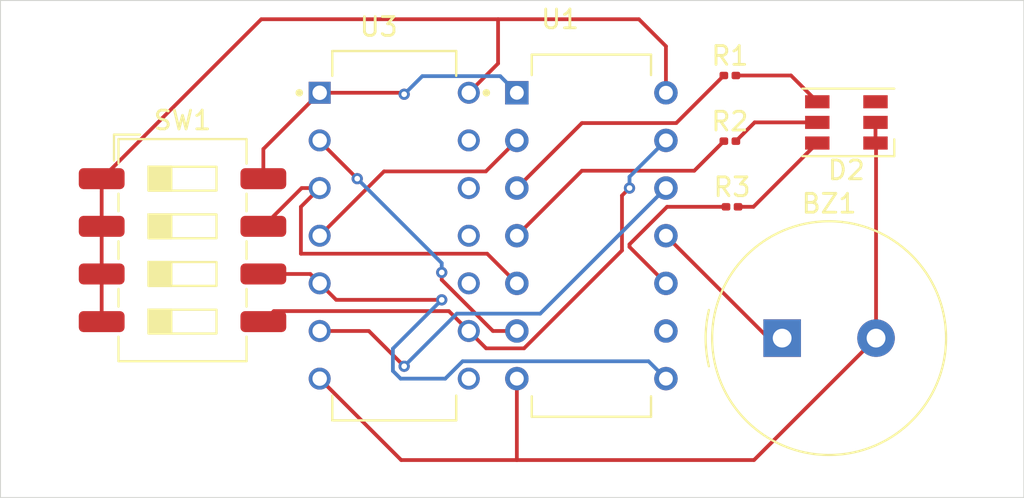
<source format=kicad_pcb>
(kicad_pcb (version 20241229) (generator "pcbnew") (generator_version "9.0")
  (title_block (title "KiCad Example 1") (date "2025-05-05") (comment 1 "First Learning Example in KiCad"))
  (layers (0 "F.Cu" signal) (2 "B.Cu" signal) (13 "F.Paste" user) (15 "B.Paste" user) (5 "F.SilkS" user "F.Silkscreen") (7 "B.SilkS" user "B.Silkscreen") (1 "F.Mask" user) (3 "B.Mask" user) (25 "Edge.Cuts" user))
  (net 0 "")
  (net 1 "Net-(U1-E)")
  (net 2 "Net-(U1-G)")
  (net 3 "Net-(U1-K=C.D)")
  (net 4 "Net-(U1-C)")
  (net 5 "Net-(U1-J=A.B)")
  (net 6 "Net-(U1-F)")
  (net 7 "Net-(BZ1-+)")
  (net 8 "+5V")
  (net 9 "Net-(U1-L=E.F)")
  (net 10 "Net-(U1-D)")
  (net 11 "Net-(U1-H)")
  (net 12 "GND")
  (net 13 "Net-(U1-A)")
  (net 14 "Net-(U1-B)")
  (net 19 "Net-(D2-BA)")
  (net 20 "Net-(D2-RA)")
  (net 21 "Net-(D2-GA)")
  (footprint "Resistor_SMD:R_0201_0603Metric" (layer "F.Cu") (at 151.205 94.25)
    (property "Reference" "R1" (at 0 -1.05 0) (layer "F.SilkS"))
    (property "Value" "220")
    (pad "1" smd roundrect (at -0.32 0) (size 0.46 0.4) (layers "F.Cu" "F.Mask") (net 5 "Net-(U1-J=A.B)"))
    (pad "2" smd roundrect (at 0.32 0) (size 0.46 0.4) (layers "F.Cu" "F.Mask") (net 19 "Net-(D2-BA)"))
  )
  (footprint "Button_Switch_SMD:SW_DIP_SPSTx04_Slide_6.7x11.72mm_W8.61mm_P2.54mm_LowProfile" (layer "F.Cu") (at 122.055 103.56)
    (property "Reference" "SW1" (at 0 -6.92 0) (layer "F.SilkS"))
    (property "Value" "SW_DIP_x04")
    (fp_line (start -3.65 -6.16) (end -3.65 -4.777) (stroke (width 0.12)) (layer "F.SilkS"))
    (fp_line (start -3.65 -6.16) (end -2.267 -6.16) (stroke (width 0.12)) (layer "F.SilkS"))
    (fp_line (start -3.41 -5.92) (end -3.41 -4.61) (stroke (width 0.12)) (layer "F.SilkS"))
    (fp_line (start -3.41 -5.92) (end 3.41 -5.92) (stroke (width 0.12)) (layer "F.SilkS"))
    (fp_line (start -3.41 -3.01) (end -3.41 -2.07) (stroke (width 0.12)) (layer "F.SilkS"))
    (fp_line (start -3.41 -0.47) (end -3.41 0.47) (stroke (width 0.12)) (layer "F.SilkS"))
    (fp_line (start -3.41 2.07) (end -3.41 3.01) (stroke (width 0.12)) (layer "F.SilkS"))
    (fp_line (start -3.41 4.61) (end -3.41 5.92) (stroke (width 0.12)) (layer "F.SilkS"))
    (fp_line (start -3.41 5.92) (end 3.41 5.92) (stroke (width 0.12)) (layer "F.SilkS"))
    (fp_line (start -0.603333 -4.445) (end -0.603333 -3.175) (stroke (width 0.12)) (layer "F.SilkS"))
    (fp_line (start -0.603333 -1.905) (end -0.603333 -0.635) (stroke (width 0.12)) (layer "F.SilkS"))
    (fp_line (start -0.603333 0.635) (end -0.603333 1.905) (stroke (width 0.12)) (layer "F.SilkS"))
    (fp_line (start -0.603333 3.175) (end -0.603333 4.445) (stroke (width 0.12)) (layer "F.SilkS"))
    (fp_line (start 3.41 -5.92) (end 3.41 -4.61) (stroke (width 0.12)) (layer "F.SilkS"))
    (fp_line (start 3.41 -3.01) (end 3.41 -2.07) (stroke (width 0.12)) (layer "F.SilkS"))
    (fp_line (start 3.41 -0.47) (end 3.41 0.47) (stroke (width 0.12)) (layer "F.SilkS"))
    (fp_line (start 3.41 2.07) (end 3.41 3.01) (stroke (width 0.12)) (layer "F.SilkS"))
    (fp_line (start 3.41 4.61) (end 3.41 5.92) (stroke (width 0.12)) (layer "F.SilkS"))
    (fp_rect (start -1.81 -4.445) (end -0.603333 -3.175) (stroke (width 0.12)) (fill yes) (layer "F.SilkS"))
    (fp_rect (start -1.81 -4.445) (end 1.81 -3.175) (stroke (width 0.12)) (fill no) (layer "F.SilkS"))
    (fp_rect (start -1.81 -1.905) (end -0.603333 -0.635) (stroke (width 0.12)) (fill yes) (layer "F.SilkS"))
    (fp_rect (start -1.81 -1.905) (end 1.81 -0.635) (stroke (width 0.12)) (fill no) (layer "F.SilkS"))
    (fp_rect (start -1.81 0.635) (end -0.603333 1.905) (stroke (width 0.12)) (fill yes) (layer "F.SilkS"))
    (fp_rect (start -1.81 0.635) (end 1.81 1.905) (stroke (width 0.12)) (fill no) (layer "F.SilkS"))
    (fp_rect (start -1.81 3.175) (end -0.603333 4.445) (stroke (width 0.12)) (fill yes) (layer "F.SilkS"))
    (fp_rect (start -1.81 3.175) (end 1.81 4.445) (stroke (width 0.12)) (fill no) (layer "F.SilkS"))
    (pad "1" smd roundrect (at -4.305 -3.81) (size 2.44 1.12) (layers "F.Cu" "F.Mask" "F.Paste") (roundrect_rratio 0.223214) (net 8 "+5V"))
    (pad "2" smd roundrect (at -4.305 -1.27) (size 2.44 1.12) (layers "F.Cu" "F.Mask" "F.Paste") (roundrect_rratio 0.223214) (net 8 "+5V"))
    (pad "3" smd roundrect (at -4.305 1.27) (size 2.44 1.12) (layers "F.Cu" "F.Mask" "F.Paste") (roundrect_rratio 0.223214) (net 8 "+5V"))
    (pad "4" smd roundrect (at -4.305 3.81) (size 2.44 1.12) (layers "F.Cu" "F.Mask" "F.Paste") (roundrect_rratio 0.223214) (net 8 "+5V"))
    (pad "5" smd roundrect (at 4.305 3.81) (size 2.44 1.12) (layers "F.Cu" "F.Mask" "F.Paste") (roundrect_rratio 0.223214) (net 11 "Net-(U1-H)"))
    (pad "6" smd roundrect (at 4.305 1.27) (size 2.44 1.12) (layers "F.Cu" "F.Mask" "F.Paste") (roundrect_rratio 0.223214) (net 1 "Net-(U1-E)"))
    (pad "7" smd roundrect (at 4.305 -1.27) (size 2.44 1.12) (layers "F.Cu" "F.Mask" "F.Paste") (roundrect_rratio 0.223214) (net 4 "Net-(U1-C)"))
    (pad "8" smd roundrect (at 4.305 -3.81) (size 2.44 1.12) (layers "F.Cu" "F.Mask" "F.Paste") (roundrect_rratio 0.223214) (net 13 "Net-(U1-A)"))
  )
  (footprint "LED_SMD:LED_RGB_PLCC-6" (layer "F.Cu") (at 157.41 96.75 180)
    (property "Reference" "D2" (at 0 -2.55 0) (layer "F.SilkS"))
    (property "Value" "LED_RGB")
    (fp_line (start 2.35 -1.8) (end -2.55 -1.8) (stroke (width 0.12)) (layer "F.SilkS"))
    (fp_line (start -2.55 1.8) (end 2.35 1.8) (stroke (width 0.12)) (layer "F.SilkS"))
    (fp_line (start -2.55 -1.8) (end -2.55 -0.9) (stroke (width 0.12)) (layer "F.SilkS"))
    (pad "1" smd rect (at -1.55 -1.1 270) (size 0.7 1.3) (layers "F.Cu" "F.Mask" "F.Paste") (net 12 "GND"))
    (pad "2" smd rect (at -1.55 0 270) (size 0.7 1.3) (layers "F.Cu" "F.Mask" "F.Paste") (net 12 "GND"))
    (pad "3" smd rect (at -1.55 1.1 270) (size 0.7 1.3) (layers "F.Cu" "F.Mask" "F.Paste") (net 12 "GND"))
    (pad "4" smd rect (at 1.55 1.1 270) (size 0.7 1.3) (layers "F.Cu" "F.Mask" "F.Paste") (net 19 "Net-(D2-BA)"))
    (pad "5" smd rect (at 1.55 0 270) (size 0.7 1.3) (layers "F.Cu" "F.Mask" "F.Paste") (net 21 "Net-(D2-GA)"))
    (pad "6" smd rect (at 1.55 -1.1 270) (size 0.7 1.3) (layers "F.Cu" "F.Mask" "F.Paste") (net 20 "Net-(D2-RA)"))
  )
  (footprint "Resistor_SMD:R_0201_0603Metric" (layer "F.Cu") (at 151.32 101.25)
    (property "Reference" "R3" (at 0 -1.05 0) (layer "F.SilkS"))
    (property "Value" "220")
    (pad "1" smd roundrect (at -0.32 0) (size 0.46 0.4) (layers "F.Cu" "F.Mask") (net 9 "Net-(U1-L=E.F)"))
    (pad "2" smd roundrect (at 0.32 0) (size 0.46 0.4) (layers "F.Cu" "F.Mask") (net 20 "Net-(D2-RA)"))
  )
  (footprint "CD4081BE:DIP794W45P254L1930H508Q14" (layer "F.Cu") (at 143.83 102.79)
    (property "Reference" "U1" (at -1.669 -11.5375 0) (layer "F.SilkS"))
    (property "Value" "CD4081BE")
    (fp_line (start -3.175 -9.6525) (end -3.175 -8.564) (stroke (width 0.127)) (layer "F.SilkS"))
    (fp_line (start -3.175 -9.6525) (end 3.175 -9.6525) (stroke (width 0.127)) (layer "F.SilkS"))
    (fp_line (start -3.175 9.6525) (end -3.175 8.564) (stroke (width 0.127)) (layer "F.SilkS"))
    (fp_line (start -3.175 9.6525) (end 3.175 9.6525) (stroke (width 0.127)) (layer "F.SilkS"))
    (fp_line (start 3.175 -9.6525) (end 3.175 -8.564) (stroke (width 0.127)) (layer "F.SilkS"))
    (fp_line (start 3.175 9.6525) (end 3.175 8.564) (stroke (width 0.127)) (layer "F.SilkS"))
    (fp_circle (center -5.594 -7.62) (end -5.494 -7.62) (stroke (width 0.2)) (fill no) (layer "F.SilkS"))
    (pad "1" thru_hole rect (at -3.97 -7.62) (size 1.248 1.248) (drill 0.74) (layers "*.Cu" "*.Mask") (net 13 "Net-(U1-A)"))
    (pad "2" thru_hole circle (at -3.97 -5.08) (size 1.248 1.248) (drill 0.74) (layers "*.Cu" "*.Mask") (net 14 "Net-(U1-B)"))
    (pad "3" thru_hole circle (at -3.97 -2.54) (size 1.248 1.248) (drill 0.74) (layers "*.Cu" "*.Mask") (net 5 "Net-(U1-J=A.B)"))
    (pad "4" thru_hole circle (at -3.97 0) (size 1.248 1.248) (drill 0.74) (layers "*.Cu" "*.Mask") (net 3 "Net-(U1-K=C.D)"))
    (pad "5" thru_hole circle (at -3.97 2.54) (size 1.248 1.248) (drill 0.74) (layers "*.Cu" "*.Mask") (net 4 "Net-(U1-C)"))
    (pad "6" thru_hole circle (at -3.97 5.08) (size 1.248 1.248) (drill 0.74) (layers "*.Cu" "*.Mask") (net 10 "Net-(U1-D)"))
    (pad "7" thru_hole circle (at -3.97 7.62) (size 1.248 1.248) (drill 0.74) (layers "*.Cu" "*.Mask") (net 12 "GND"))
    (pad "8" thru_hole circle (at 3.97 7.62) (size 1.248 1.248) (drill 0.74) (layers "*.Cu" "*.Mask") (net 1 "Net-(U1-E)"))
    (pad "9" thru_hole circle (at 3.97 5.08) (size 1.248 1.248) (drill 0.74) (layers "*.Cu" "*.Mask") (net 6 "Net-(U1-F)"))
    (pad "10" thru_hole circle (at 3.97 2.54) (size 1.248 1.248) (drill 0.74) (layers "*.Cu" "*.Mask") (net 9 "Net-(U1-L=E.F)"))
    (pad "11" thru_hole circle (at 3.97 0) (size 1.248 1.248) (drill 0.74) (layers "*.Cu" "*.Mask") (net 7 "Net-(BZ1-+)"))
    (pad "12" thru_hole circle (at 3.97 -2.54) (size 1.248 1.248) (drill 0.74) (layers "*.Cu" "*.Mask") (net 2 "Net-(U1-G)"))
    (pad "13" thru_hole circle (at 3.97 -5.08) (size 1.248 1.248) (drill 0.74) (layers "*.Cu" "*.Mask") (net 11 "Net-(U1-H)"))
    (pad "14" thru_hole circle (at 3.97 -7.62) (size 1.248 1.248) (drill 0.74) (layers "*.Cu" "*.Mask") (net 8 "+5V"))
  )
  (footprint "Buzzer_Beeper:Buzzer_TDK_PS1240P02BT_D12.2mm_H6.5mm" (layer "F.Cu") (at 153.989216 108.25)
    (property "Reference" "BZ1" (at 2.5 -7.17 0) (layer "F.SilkS"))
    (property "Value" "Buzzer")
    (fp_arc (start -3.9 1.499999) (mid -4.073431 0) (end -3.9 -1.5) (stroke (width 0.12)) (layer "F.SilkS"))
    (fp_circle (center 2.5 0) (end 8.73 0) (stroke (width 0.12)) (fill no) (layer "F.SilkS"))
    (pad "1" thru_hole rect (at 0 0) (size 2 2) (drill 1) (layers "*.Cu" "*.Mask") (net 7 "Net-(BZ1-+)"))
    (pad "2" thru_hole circle (at 5 0) (size 2 2) (drill 1) (layers "*.Cu" "*.Mask") (net 12 "GND"))
  )
  (footprint "Resistor_SMD:R_0201_0603Metric" (layer "F.Cu") (at 151.205 97.75)
    (property "Reference" "R2" (at 0 -1.05 0) (layer "F.SilkS"))
    (property "Value" "220")
    (pad "1" smd roundrect (at -0.32 0) (size 0.46 0.4) (layers "F.Cu" "F.Mask") (net 3 "Net-(U1-K=C.D)"))
    (pad "2" smd roundrect (at 0.32 0) (size 0.46 0.4) (layers "F.Cu" "F.Mask") (net 21 "Net-(D2-GA)"))
  )
  (footprint "SN74AC14N:DIP794W45P254L1969H508Q14" (layer "F.Cu") (at 133.33 102.79)
    (property "Reference" "U3" (at -0.825 -11.135 0) (layer "F.SilkS"))
    (property "Value" "SN74AC14N")
    (fp_line (start -3.3 -9.845) (end 3.3 -9.845) (stroke (width 0.127)) (layer "F.SilkS"))
    (fp_line (start -3.3 -8.525) (end -3.3 -9.845) (stroke (width 0.127)) (layer "F.SilkS"))
    (fp_line (start -3.3 9.845) (end -3.3 8.525) (stroke (width 0.127)) (layer "F.SilkS"))
    (fp_line (start 3.3 -9.845) (end 3.3 -8.525) (stroke (width 0.127)) (layer "F.SilkS"))
    (fp_line (start 3.3 8.525) (end 3.3 9.845) (stroke (width 0.127)) (layer "F.SilkS"))
    (fp_line (start 3.3 9.845) (end -3.3 9.845) (stroke (width 0.127)) (layer "F.SilkS"))
    (fp_circle (center -5.055 -7.62) (end -4.955 -7.62) (stroke (width 0.2)) (fill no) (layer "F.SilkS"))
    (pad "1" thru_hole rect (at -3.97 -7.62) (size 1.17 1.17) (drill 0.77) (layers "*.Cu" "*.Mask") (net 13 "Net-(U1-A)"))
    (pad "2" thru_hole circle (at -3.97 -5.08) (size 1.17 1.17) (drill 0.77) (layers "*.Cu" "*.Mask") (net 10 "Net-(U1-D)"))
    (pad "3" thru_hole circle (at -3.97 -2.54) (size 1.17 1.17) (drill 0.77) (layers "*.Cu" "*.Mask") (net 4 "Net-(U1-C)"))
    (pad "4" thru_hole circle (at -3.97 0) (size 1.17 1.17) (drill 0.77) (layers "*.Cu" "*.Mask") (net 14 "Net-(U1-B)"))
    (pad "5" thru_hole circle (at -3.97 2.54) (size 1.17 1.17) (drill 0.77) (layers "*.Cu" "*.Mask") (net 1 "Net-(U1-E)"))
    (pad "6" thru_hole circle (at -3.97 5.08) (size 1.17 1.17) (drill 0.77) (layers "*.Cu" "*.Mask") (net 2 "Net-(U1-G)"))
    (pad "7" thru_hole circle (at -3.97 7.62) (size 1.17 1.17) (drill 0.77) (layers "*.Cu" "*.Mask") (net 12 "GND"))
    (pad "8" thru_hole circle (at 3.97 7.62) (size 1.17 1.17) (drill 0.77) (layers "*.Cu" "*.Mask") (net 6 "Net-(U1-F)"))
    (pad "9" thru_hole circle (at 3.97 5.08) (size 1.17 1.17) (drill 0.77) (layers "*.Cu" "*.Mask") (net 11 "Net-(U1-H)"))
    (pad "10" thru_hole circle (at 3.97 2.54) (size 1.17 1.17) (drill 0.77) (layers "*.Cu" "*.Mask"))
    (pad "11" thru_hole circle (at 3.97 0) (size 1.17 1.17) (drill 0.77) (layers "*.Cu" "*.Mask"))
    (pad "12" thru_hole circle (at 3.97 -2.54) (size 1.17 1.17) (drill 0.77) (layers "*.Cu" "*.Mask"))
    (pad "13" thru_hole circle (at 3.97 -5.08) (size 1.17 1.17) (drill 0.77) (layers "*.Cu" "*.Mask"))
    (pad "14" thru_hole circle (at 3.97 -7.62) (size 1.17 1.17) (drill 0.77) (layers "*.Cu" "*.Mask") (net 8 "+5V"))
  )
  (gr_rect (start 112.36 90.25) (end 166.86 116.75) (stroke (width 0.05)) (fill no) (layer "Edge.Cuts"))
  (segment (start 129.36 105.33) (end 130.24 106.21) (width 0.2) (layer "F.Cu") (net 1))
  (segment (start 128.86 104.83) (end 129.36 105.33) (width 0.2) (layer "F.Cu") (net 1))
  (segment (start 130.24 106.21) (end 135.86 106.21) (width 0.2) (layer "F.Cu") (net 1))
  (segment (start 126.36 104.83) (end 128.86 104.83) (width 0.2) (layer "F.Cu") (net 1))
  (via (at 135.86 106.21) (size 0.6) (drill 0.3) (layers "F.Cu" "B.Cu") (net 1))
  (segment (start 133.670057 110.41) (end 136.047006 110.41) (width 0.2) (layer "B.Cu") (net 1))
  (segment (start 135.86 106.21) (end 133.259 108.811) (width 0.2) (layer "B.Cu") (net 1))
  (segment (start 146.875 109.485) (end 147.8 110.41) (width 0.2) (layer "B.Cu") (net 1))
  (segment (start 136.972006 109.485) (end 146.875 109.485) (width 0.2) (layer "B.Cu") (net 1))
  (segment (start 133.259 108.811) (end 133.259 109.998943) (width 0.2) (layer "B.Cu") (net 1))
  (segment (start 136.047006 110.41) (end 136.972006 109.485) (width 0.2) (layer "B.Cu") (net 1))
  (segment (start 133.259 109.998943) (end 133.670057 110.41) (width 0.2) (layer "B.Cu") (net 1))
  (segment (start 129.36 107.87) (end 131.98 107.87) (width 0.2) (layer "F.Cu") (net 2))
  (segment (start 131.98 107.87) (end 133.86 109.75) (width 0.2) (layer "F.Cu") (net 2))
  (via (at 133.86 109.75) (size 0.6) (drill 0.3) (layers "F.Cu" "B.Cu") (net 2))
  (segment (start 133.86 109.75) (end 136.665 106.945) (width 0.2) (layer "B.Cu") (net 2))
  (segment (start 141.105 106.945) (end 147.8 100.25) (width 0.2) (layer "B.Cu") (net 2))
  (segment (start 136.665 106.945) (end 141.105 106.945) (width 0.2) (layer "B.Cu") (net 2))
  (segment (start 150.885 97.75) (end 149.31 99.325) (width 0.2) (layer "F.Cu") (net 3))
  (segment (start 143.325 99.325) (end 139.86 102.79) (width 0.2) (layer "F.Cu") (net 3))
  (segment (start 149.31 99.325) (end 143.325 99.325) (width 0.2) (layer "F.Cu") (net 3))
  (segment (start 128.36 101.25) (end 128.36 103.75) (width 0.2) (layer "F.Cu") (net 4))
  (segment (start 128.36 103.75) (end 138.28 103.75) (width 0.2) (layer "F.Cu") (net 4))
  (segment (start 129.36 100.25) (end 128.36 101.25) (width 0.2) (layer "F.Cu") (net 4))
  (segment (start 126.36 102.29) (end 128.4 100.25) (width 0.2) (layer "F.Cu") (net 4))
  (segment (start 138.28 103.75) (end 139.86 105.33) (width 0.2) (layer "F.Cu") (net 4))
  (segment (start 128.4 100.25) (end 129.36 100.25) (width 0.2) (layer "F.Cu") (net 4))
  (segment (start 148.35 96.785) (end 143.325 96.785) (width 0.2) (layer "F.Cu") (net 5))
  (segment (start 143.325 96.785) (end 139.86 100.25) (width 0.2) (layer "F.Cu") (net 5))
  (segment (start 150.885 94.25) (end 148.35 96.785) (width 0.2) (layer "F.Cu") (net 5))
  (segment (start 153.26 108.25) (end 147.8 102.79) (width 0.2) (layer "F.Cu") (net 7))
  (segment (start 153.989216 108.25) (end 153.26 108.25) (width 0.2) (layer "F.Cu") (net 7))
  (segment (start 117.75 99.75) (end 126.25 91.25) (width 0.2) (layer "F.Cu") (net 8))
  (segment (start 147.8 92.69) (end 146.36 91.25) (width 0.2) (layer "F.Cu") (net 8))
  (segment (start 117.75 99.75) (end 117.75 102.29) (width 0.2) (layer "F.Cu") (net 8))
  (segment (start 126.25 91.25) (end 138.86 91.25) (width 0.2) (layer "F.Cu") (net 8))
  (segment (start 138.86 93.61) (end 137.3 95.17) (width 0.2) (layer "F.Cu") (net 8))
  (segment (start 146.36 91.25) (end 138.86 91.25) (width 0.2) (layer "F.Cu") (net 8))
  (segment (start 117.75 107.37) (end 117.75 104.83) (width 0.2) (layer "F.Cu") (net 8))
  (segment (start 147.8 95.17) (end 147.8 92.69) (width 0.2) (layer "F.Cu") (net 8))
  (segment (start 138.86 91.25) (end 138.86 93.61) (width 0.2) (layer "F.Cu") (net 8))
  (segment (start 117.75 104.83) (end 117.75 102.29) (width 0.2) (layer "F.Cu") (net 8))
  (segment (start 145.86 103.25) (end 145.86 103.39) (width 0.2) (layer "F.Cu") (net 9))
  (segment (start 147.86 101.25) (end 145.86 103.25) (width 0.2) (layer "F.Cu") (net 9))
  (segment (start 151 101.25) (end 147.86 101.25) (width 0.2) (layer "F.Cu") (net 9))
  (segment (start 145.86 103.39) (end 147.8 105.33) (width 0.2) (layer "F.Cu") (net 9))
  (segment (start 129.36 97.71) (end 129.36 97.75) (width 0.2) (layer "F.Cu") (net 10))
  (segment (start 135.86 105.142994) (end 138.587006 107.87) (width 0.2) (layer "F.Cu") (net 10))
  (segment (start 135.86 104.75) (end 135.86 105.142994) (width 0.2) (layer "F.Cu") (net 10))
  (segment (start 129.36 97.75) (end 131.36 99.75) (width 0.2) (layer "F.Cu") (net 10))
  (segment (start 138.587006 107.87) (end 139.86 107.87) (width 0.2) (layer "F.Cu") (net 10))
  (via (at 135.86 104.75) (size 0.6) (drill 0.3) (layers "F.Cu" "B.Cu") (net 10))
  (via (at 131.36 99.75) (size 0.6) (drill 0.3) (layers "F.Cu" "B.Cu") (net 10))
  (segment (start 131.36 99.75) (end 135.86 104.25) (width 0.2) (layer "B.Cu") (net 10))
  (segment (start 135.86 104.25) (end 135.86 104.75) (width 0.2) (layer "B.Cu") (net 10))
  (segment (start 145.459 100.651) (end 145.86 100.25) (width 0.2) (layer "F.Cu") (net 11))
  (segment (start 140.243148 108.795) (end 145.459 103.579148) (width 0.2) (layer "F.Cu") (net 11))
  (segment (start 136.24 106.81) (end 137.3 107.87) (width 0.2) (layer "F.Cu") (net 11))
  (segment (start 126.36 107.37) (end 126.92 106.81) (width 0.2) (layer "F.Cu") (net 11))
  (segment (start 126.92 106.81) (end 136.24 106.81) (width 0.2) (layer "F.Cu") (net 11))
  (segment (start 138.225 108.795) (end 140.243148 108.795) (width 0.2) (layer "F.Cu") (net 11))
  (segment (start 145.459 103.579148) (end 145.459 100.651) (width 0.2) (layer "F.Cu") (net 11))
  (segment (start 137.3 107.87) (end 138.225 108.795) (width 0.2) (layer "F.Cu") (net 11))
  (via (at 145.86 100.25) (size 0.6) (drill 0.3) (layers "F.Cu" "B.Cu") (net 11))
  (segment (start 145.86 100.25) (end 145.86 99.65) (width 0.2) (layer "B.Cu") (net 11))
  (segment (start 145.86 99.65) (end 147.8 97.71) (width 0.2) (layer "B.Cu") (net 11))
  (segment (start 158.989216 97.879216) (end 158.96 97.85) (width 0.2) (layer "F.Cu") (net 12))
  (segment (start 152.489216 114.75) (end 139.86 114.75) (width 0.2) (layer "F.Cu") (net 12))
  (segment (start 139.86 114.75) (end 133.7 114.75) (width 0.2) (layer "F.Cu") (net 12))
  (segment (start 158.989216 108.25) (end 158.989216 97.879216) (width 0.2) (layer "F.Cu") (net 12))
  (segment (start 139.86 110.41) (end 139.86 114.75) (width 0.2) (layer "F.Cu") (net 12))
  (segment (start 133.7 114.75) (end 129.36 110.41) (width 0.2) (layer "F.Cu") (net 12))
  (segment (start 158.96 97.85) (end 158.96 96.75) (width 0.2) (layer "F.Cu") (net 12))
  (segment (start 158.989216 108.25) (end 152.489216 114.75) (width 0.2) (layer "F.Cu") (net 12))
  (segment (start 133.78 95.17) (end 133.86 95.25) (width 0.2) (layer "F.Cu") (net 13))
  (segment (start 126.36 99.75) (end 126.36 98.17) (width 0.2) (layer "F.Cu") (net 13))
  (segment (start 129.36 95.17) (end 133.78 95.17) (width 0.2) (layer "F.Cu") (net 13))
  (segment (start 126.36 98.17) (end 129.36 95.17) (width 0.2) (layer "F.Cu") (net 13))
  (via (at 133.86 95.25) (size 0.6) (drill 0.3) (layers "F.Cu" "B.Cu") (net 13))
  (segment (start 134.826 94.284) (end 138.974 94.284) (width 0.2) (layer "B.Cu") (net 13))
  (segment (start 138.974 94.284) (end 139.86 95.17) (width 0.2) (layer "B.Cu") (net 13))
  (segment (start 133.86 95.25) (end 134.826 94.284) (width 0.2) (layer "B.Cu") (net 13))
  (segment (start 138.206 99.364) (end 139.86 97.71) (width 0.2) (layer "F.Cu") (net 14))
  (segment (start 132.786 99.364) (end 138.206 99.364) (width 0.2) (layer "F.Cu") (net 14))
  (segment (start 129.36 102.79) (end 132.786 99.364) (width 0.2) (layer "F.Cu") (net 14))
  (segment (start 151.525 94.25) (end 154.46 94.25) (width 0.2) (layer "F.Cu") (net 19))
  (segment (start 154.46 94.25) (end 155.86 95.65) (width 0.2) (layer "F.Cu") (net 19))
  (segment (start 151.64 101.25) (end 152.46 101.25) (width 0.2) (layer "F.Cu") (net 20))
  (segment (start 152.46 101.25) (end 155.86 97.85) (width 0.2) (layer "F.Cu") (net 20))
  (segment (start 151.525 97.75) (end 152.525 96.75) (width 0.2) (layer "F.Cu") (net 21))
  (segment (start 152.525 96.75) (end 155.86 96.75) (width 0.2) (layer "F.Cu") (net 21))
)
</source>
